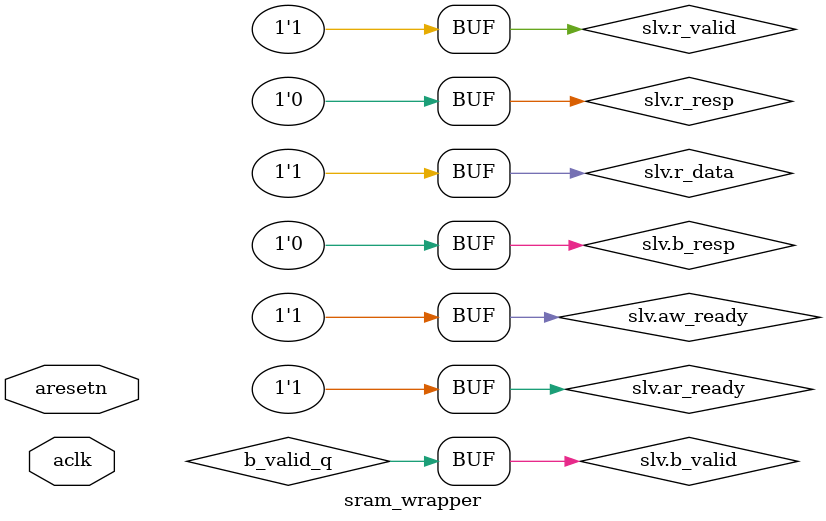
<source format=sv>
module sram_wrapper (
    input aclk,
    input aresetn,
    AXI_LITE.Slave slv
  );

  //slv.aw_valid
  assign slv.aw_ready = 1'b1;
  //slv.aw_addr

  reg b_valid_q;
  //slv.w_valid
  assign slv.w_ready = ~b_valid_q;
  //slv.w_data
  //slv.w_strb

  always_ff @(posedge aclk) begin
    if(!aresetn) begin
      b_valid_q <= '0;
    end
    else begin
      if(slv.w_valid && slv.w_ready) begin
        b_valid_q <= '1;
      end
      else if(slv.b_valid && slv.b_ready) begin
        b_valid_q <= '0;
      end
    end
  end
  assign slv.b_valid = b_valid_q;
  //slv.b_ready
  assign slv.b_resp = '0;

  //slv.ar_valid
  assign slv.ar_ready = 1'b1;
  //slv.ar_addr

  assign slv.r_valid = 1'b1;
  // slv.r_ready
  assign slv.r_data = 32'habadf00d;
  assign slv.r_resp = '0;

endmodule

</source>
